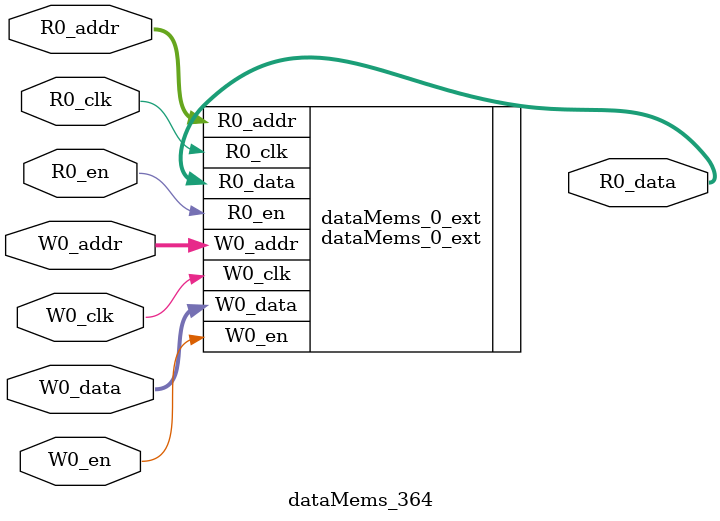
<source format=sv>
`ifndef RANDOMIZE
  `ifdef RANDOMIZE_REG_INIT
    `define RANDOMIZE
  `endif // RANDOMIZE_REG_INIT
`endif // not def RANDOMIZE
`ifndef RANDOMIZE
  `ifdef RANDOMIZE_MEM_INIT
    `define RANDOMIZE
  `endif // RANDOMIZE_MEM_INIT
`endif // not def RANDOMIZE

`ifndef RANDOM
  `define RANDOM $random
`endif // not def RANDOM

// Users can define 'PRINTF_COND' to add an extra gate to prints.
`ifndef PRINTF_COND_
  `ifdef PRINTF_COND
    `define PRINTF_COND_ (`PRINTF_COND)
  `else  // PRINTF_COND
    `define PRINTF_COND_ 1
  `endif // PRINTF_COND
`endif // not def PRINTF_COND_

// Users can define 'ASSERT_VERBOSE_COND' to add an extra gate to assert error printing.
`ifndef ASSERT_VERBOSE_COND_
  `ifdef ASSERT_VERBOSE_COND
    `define ASSERT_VERBOSE_COND_ (`ASSERT_VERBOSE_COND)
  `else  // ASSERT_VERBOSE_COND
    `define ASSERT_VERBOSE_COND_ 1
  `endif // ASSERT_VERBOSE_COND
`endif // not def ASSERT_VERBOSE_COND_

// Users can define 'STOP_COND' to add an extra gate to stop conditions.
`ifndef STOP_COND_
  `ifdef STOP_COND
    `define STOP_COND_ (`STOP_COND)
  `else  // STOP_COND
    `define STOP_COND_ 1
  `endif // STOP_COND
`endif // not def STOP_COND_

// Users can define INIT_RANDOM as general code that gets injected into the
// initializer block for modules with registers.
`ifndef INIT_RANDOM
  `define INIT_RANDOM
`endif // not def INIT_RANDOM

// If using random initialization, you can also define RANDOMIZE_DELAY to
// customize the delay used, otherwise 0.002 is used.
`ifndef RANDOMIZE_DELAY
  `define RANDOMIZE_DELAY 0.002
`endif // not def RANDOMIZE_DELAY

// Define INIT_RANDOM_PROLOG_ for use in our modules below.
`ifndef INIT_RANDOM_PROLOG_
  `ifdef RANDOMIZE
    `ifdef VERILATOR
      `define INIT_RANDOM_PROLOG_ `INIT_RANDOM
    `else  // VERILATOR
      `define INIT_RANDOM_PROLOG_ `INIT_RANDOM #`RANDOMIZE_DELAY begin end
    `endif // VERILATOR
  `else  // RANDOMIZE
    `define INIT_RANDOM_PROLOG_
  `endif // RANDOMIZE
`endif // not def INIT_RANDOM_PROLOG_

// Include register initializers in init blocks unless synthesis is set
`ifndef SYNTHESIS
  `ifndef ENABLE_INITIAL_REG_
    `define ENABLE_INITIAL_REG_
  `endif // not def ENABLE_INITIAL_REG_
`endif // not def SYNTHESIS

// Include rmemory initializers in init blocks unless synthesis is set
`ifndef SYNTHESIS
  `ifndef ENABLE_INITIAL_MEM_
    `define ENABLE_INITIAL_MEM_
  `endif // not def ENABLE_INITIAL_MEM_
`endif // not def SYNTHESIS

module dataMems_364(	// @[generators/ara/src/main/scala/UnsafeAXI4ToTL.scala:365:62]
  input  [4:0]  R0_addr,
  input         R0_en,
  input         R0_clk,
  output [66:0] R0_data,
  input  [4:0]  W0_addr,
  input         W0_en,
  input         W0_clk,
  input  [66:0] W0_data
);

  dataMems_0_ext dataMems_0_ext (	// @[generators/ara/src/main/scala/UnsafeAXI4ToTL.scala:365:62]
    .R0_addr (R0_addr),
    .R0_en   (R0_en),
    .R0_clk  (R0_clk),
    .R0_data (R0_data),
    .W0_addr (W0_addr),
    .W0_en   (W0_en),
    .W0_clk  (W0_clk),
    .W0_data (W0_data)
  );
endmodule


</source>
